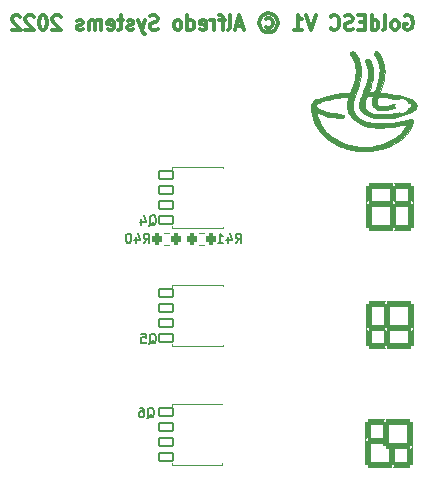
<source format=gbo>
G04 #@! TF.GenerationSoftware,KiCad,Pcbnew,(6.0.5)*
G04 #@! TF.CreationDate,2022-05-31T01:04:28-04:00*
G04 #@! TF.ProjectId,GoldESC,476f6c64-4553-4432-9e6b-696361645f70,rev?*
G04 #@! TF.SameCoordinates,Original*
G04 #@! TF.FileFunction,Legend,Bot*
G04 #@! TF.FilePolarity,Positive*
%FSLAX46Y46*%
G04 Gerber Fmt 4.6, Leading zero omitted, Abs format (unit mm)*
G04 Created by KiCad (PCBNEW (6.0.5)) date 2022-05-31 01:04:28*
%MOMM*%
%LPD*%
G01*
G04 APERTURE LIST*
G04 Aperture macros list*
%AMRoundRect*
0 Rectangle with rounded corners*
0 $1 Rounding radius*
0 $2 $3 $4 $5 $6 $7 $8 $9 X,Y pos of 4 corners*
0 Add a 4 corners polygon primitive as box body*
4,1,4,$2,$3,$4,$5,$6,$7,$8,$9,$2,$3,0*
0 Add four circle primitives for the rounded corners*
1,1,$1+$1,$2,$3*
1,1,$1+$1,$4,$5*
1,1,$1+$1,$6,$7*
1,1,$1+$1,$8,$9*
0 Add four rect primitives between the rounded corners*
20,1,$1+$1,$2,$3,$4,$5,0*
20,1,$1+$1,$4,$5,$6,$7,0*
20,1,$1+$1,$6,$7,$8,$9,0*
20,1,$1+$1,$8,$9,$2,$3,0*%
%AMFreePoly0*
4,1,21,3.024497,2.399497,3.045000,2.350000,3.045000,-2.350000,3.024497,-2.399497,2.975000,-2.420000,1.425000,-2.420000,1.375503,-2.399497,1.355000,-2.350000,1.355000,-2.170000,-1.650000,-2.170000,-1.699497,-2.149497,-1.720000,-2.100000,-1.720000,2.100000,-1.699497,2.149497,-1.650000,2.170000,1.355000,2.170000,1.355000,2.350000,1.375503,2.399497,1.425000,2.420000,2.975000,2.420000,
3.024497,2.399497,3.024497,2.399497,$1*%
G04 Aperture macros list end*
%ADD10C,0.300000*%
%ADD11C,0.200000*%
%ADD12C,0.120000*%
%ADD13C,0.010000*%
%ADD14C,1.200000*%
%ADD15R,3.000000X3.000000*%
%ADD16C,3.000000*%
%ADD17R,1.700000X1.700000*%
%ADD18O,1.700000X1.700000*%
%ADD19R,1.800000X1.800000*%
%ADD20C,1.800000*%
%ADD21C,1.600000*%
%ADD22O,1.600000X1.600000*%
%ADD23RoundRect,0.250000X-1.000000X1.000000X-1.000000X-1.000000X1.000000X-1.000000X1.000000X1.000000X0*%
%ADD24RoundRect,0.250000X-1.000000X-1.000000X1.000000X-1.000000X1.000000X1.000000X-1.000000X1.000000X0*%
%ADD25RoundRect,0.250000X1.000000X1.000000X-1.000000X1.000000X-1.000000X-1.000000X1.000000X-1.000000X0*%
%ADD26RoundRect,0.250000X1.000000X-1.000000X1.000000X1.000000X-1.000000X1.000000X-1.000000X-1.000000X0*%
%ADD27C,1.400000*%
%ADD28RoundRect,0.200000X1.050000X-0.800000X1.050000X0.800000X-1.050000X0.800000X-1.050000X-0.800000X0*%
%ADD29RoundRect,0.200000X-1.050000X0.800000X-1.050000X-0.800000X1.050000X-0.800000X1.050000X0.800000X0*%
%ADD30RoundRect,0.250000X0.600000X0.600000X-0.600000X0.600000X-0.600000X-0.600000X0.600000X-0.600000X0*%
%ADD31C,1.700000*%
%ADD32RoundRect,0.070000X0.575000X-0.350000X0.575000X0.350000X-0.575000X0.350000X-0.575000X-0.350000X0*%
%ADD33FreePoly0,0.000000*%
%ADD34RoundRect,0.200000X0.200000X0.275000X-0.200000X0.275000X-0.200000X-0.275000X0.200000X-0.275000X0*%
G04 APERTURE END LIST*
D10*
X236285714Y-59350000D02*
X236400000Y-59292857D01*
X236571428Y-59292857D01*
X236742857Y-59350000D01*
X236857142Y-59464285D01*
X236914285Y-59578571D01*
X236971428Y-59807142D01*
X236971428Y-59978571D01*
X236914285Y-60207142D01*
X236857142Y-60321428D01*
X236742857Y-60435714D01*
X236571428Y-60492857D01*
X236457142Y-60492857D01*
X236285714Y-60435714D01*
X236228571Y-60378571D01*
X236228571Y-59978571D01*
X236457142Y-59978571D01*
X235542857Y-60492857D02*
X235657142Y-60435714D01*
X235714285Y-60378571D01*
X235771428Y-60264285D01*
X235771428Y-59921428D01*
X235714285Y-59807142D01*
X235657142Y-59750000D01*
X235542857Y-59692857D01*
X235371428Y-59692857D01*
X235257142Y-59750000D01*
X235200000Y-59807142D01*
X235142857Y-59921428D01*
X235142857Y-60264285D01*
X235200000Y-60378571D01*
X235257142Y-60435714D01*
X235371428Y-60492857D01*
X235542857Y-60492857D01*
X234457142Y-60492857D02*
X234571428Y-60435714D01*
X234628571Y-60321428D01*
X234628571Y-59292857D01*
X233485714Y-60492857D02*
X233485714Y-59292857D01*
X233485714Y-60435714D02*
X233600000Y-60492857D01*
X233828571Y-60492857D01*
X233942857Y-60435714D01*
X234000000Y-60378571D01*
X234057142Y-60264285D01*
X234057142Y-59921428D01*
X234000000Y-59807142D01*
X233942857Y-59750000D01*
X233828571Y-59692857D01*
X233600000Y-59692857D01*
X233485714Y-59750000D01*
X232914285Y-59864285D02*
X232514285Y-59864285D01*
X232342857Y-60492857D02*
X232914285Y-60492857D01*
X232914285Y-59292857D01*
X232342857Y-59292857D01*
X231885714Y-60435714D02*
X231714285Y-60492857D01*
X231428571Y-60492857D01*
X231314285Y-60435714D01*
X231257142Y-60378571D01*
X231200000Y-60264285D01*
X231200000Y-60150000D01*
X231257142Y-60035714D01*
X231314285Y-59978571D01*
X231428571Y-59921428D01*
X231657142Y-59864285D01*
X231771428Y-59807142D01*
X231828571Y-59750000D01*
X231885714Y-59635714D01*
X231885714Y-59521428D01*
X231828571Y-59407142D01*
X231771428Y-59350000D01*
X231657142Y-59292857D01*
X231371428Y-59292857D01*
X231200000Y-59350000D01*
X230000000Y-60378571D02*
X230057142Y-60435714D01*
X230228571Y-60492857D01*
X230342857Y-60492857D01*
X230514285Y-60435714D01*
X230628571Y-60321428D01*
X230685714Y-60207142D01*
X230742857Y-59978571D01*
X230742857Y-59807142D01*
X230685714Y-59578571D01*
X230628571Y-59464285D01*
X230514285Y-59350000D01*
X230342857Y-59292857D01*
X230228571Y-59292857D01*
X230057142Y-59350000D01*
X230000000Y-59407142D01*
X228742857Y-59292857D02*
X228342857Y-60492857D01*
X227942857Y-59292857D01*
X226914285Y-60492857D02*
X227600000Y-60492857D01*
X227257142Y-60492857D02*
X227257142Y-59292857D01*
X227371428Y-59464285D01*
X227485714Y-59578571D01*
X227600000Y-59635714D01*
X224514285Y-59578571D02*
X224628571Y-59521428D01*
X224857142Y-59521428D01*
X224971428Y-59578571D01*
X225085714Y-59692857D01*
X225142857Y-59807142D01*
X225142857Y-60035714D01*
X225085714Y-60150000D01*
X224971428Y-60264285D01*
X224857142Y-60321428D01*
X224628571Y-60321428D01*
X224514285Y-60264285D01*
X224742857Y-59121428D02*
X225028571Y-59178571D01*
X225314285Y-59350000D01*
X225485714Y-59635714D01*
X225542857Y-59921428D01*
X225485714Y-60207142D01*
X225314285Y-60492857D01*
X225028571Y-60664285D01*
X224742857Y-60721428D01*
X224457142Y-60664285D01*
X224171428Y-60492857D01*
X224000000Y-60207142D01*
X223942857Y-59921428D01*
X224000000Y-59635714D01*
X224171428Y-59350000D01*
X224457142Y-59178571D01*
X224742857Y-59121428D01*
X222571428Y-60150000D02*
X222000000Y-60150000D01*
X222685714Y-60492857D02*
X222285714Y-59292857D01*
X221885714Y-60492857D01*
X221314285Y-60492857D02*
X221428571Y-60435714D01*
X221485714Y-60321428D01*
X221485714Y-59292857D01*
X221028571Y-59692857D02*
X220571428Y-59692857D01*
X220857142Y-60492857D02*
X220857142Y-59464285D01*
X220800000Y-59350000D01*
X220685714Y-59292857D01*
X220571428Y-59292857D01*
X220171428Y-60492857D02*
X220171428Y-59692857D01*
X220171428Y-59921428D02*
X220114285Y-59807142D01*
X220057142Y-59750000D01*
X219942857Y-59692857D01*
X219828571Y-59692857D01*
X218971428Y-60435714D02*
X219085714Y-60492857D01*
X219314285Y-60492857D01*
X219428571Y-60435714D01*
X219485714Y-60321428D01*
X219485714Y-59864285D01*
X219428571Y-59750000D01*
X219314285Y-59692857D01*
X219085714Y-59692857D01*
X218971428Y-59750000D01*
X218914285Y-59864285D01*
X218914285Y-59978571D01*
X219485714Y-60092857D01*
X217885714Y-60492857D02*
X217885714Y-59292857D01*
X217885714Y-60435714D02*
X218000000Y-60492857D01*
X218228571Y-60492857D01*
X218342857Y-60435714D01*
X218400000Y-60378571D01*
X218457142Y-60264285D01*
X218457142Y-59921428D01*
X218400000Y-59807142D01*
X218342857Y-59750000D01*
X218228571Y-59692857D01*
X218000000Y-59692857D01*
X217885714Y-59750000D01*
X217142857Y-60492857D02*
X217257142Y-60435714D01*
X217314285Y-60378571D01*
X217371428Y-60264285D01*
X217371428Y-59921428D01*
X217314285Y-59807142D01*
X217257142Y-59750000D01*
X217142857Y-59692857D01*
X216971428Y-59692857D01*
X216857142Y-59750000D01*
X216800000Y-59807142D01*
X216742857Y-59921428D01*
X216742857Y-60264285D01*
X216800000Y-60378571D01*
X216857142Y-60435714D01*
X216971428Y-60492857D01*
X217142857Y-60492857D01*
X215371428Y-60435714D02*
X215200000Y-60492857D01*
X214914285Y-60492857D01*
X214800000Y-60435714D01*
X214742857Y-60378571D01*
X214685714Y-60264285D01*
X214685714Y-60150000D01*
X214742857Y-60035714D01*
X214800000Y-59978571D01*
X214914285Y-59921428D01*
X215142857Y-59864285D01*
X215257142Y-59807142D01*
X215314285Y-59750000D01*
X215371428Y-59635714D01*
X215371428Y-59521428D01*
X215314285Y-59407142D01*
X215257142Y-59350000D01*
X215142857Y-59292857D01*
X214857142Y-59292857D01*
X214685714Y-59350000D01*
X214285714Y-59692857D02*
X214000000Y-60492857D01*
X213714285Y-59692857D02*
X214000000Y-60492857D01*
X214114285Y-60778571D01*
X214171428Y-60835714D01*
X214285714Y-60892857D01*
X213314285Y-60435714D02*
X213200000Y-60492857D01*
X212971428Y-60492857D01*
X212857142Y-60435714D01*
X212800000Y-60321428D01*
X212800000Y-60264285D01*
X212857142Y-60150000D01*
X212971428Y-60092857D01*
X213142857Y-60092857D01*
X213257142Y-60035714D01*
X213314285Y-59921428D01*
X213314285Y-59864285D01*
X213257142Y-59750000D01*
X213142857Y-59692857D01*
X212971428Y-59692857D01*
X212857142Y-59750000D01*
X212457142Y-59692857D02*
X212000000Y-59692857D01*
X212285714Y-59292857D02*
X212285714Y-60321428D01*
X212228571Y-60435714D01*
X212114285Y-60492857D01*
X212000000Y-60492857D01*
X211142857Y-60435714D02*
X211257142Y-60492857D01*
X211485714Y-60492857D01*
X211600000Y-60435714D01*
X211657142Y-60321428D01*
X211657142Y-59864285D01*
X211600000Y-59750000D01*
X211485714Y-59692857D01*
X211257142Y-59692857D01*
X211142857Y-59750000D01*
X211085714Y-59864285D01*
X211085714Y-59978571D01*
X211657142Y-60092857D01*
X210571428Y-60492857D02*
X210571428Y-59692857D01*
X210571428Y-59807142D02*
X210514285Y-59750000D01*
X210400000Y-59692857D01*
X210228571Y-59692857D01*
X210114285Y-59750000D01*
X210057142Y-59864285D01*
X210057142Y-60492857D01*
X210057142Y-59864285D02*
X210000000Y-59750000D01*
X209885714Y-59692857D01*
X209714285Y-59692857D01*
X209600000Y-59750000D01*
X209542857Y-59864285D01*
X209542857Y-60492857D01*
X209028571Y-60435714D02*
X208914285Y-60492857D01*
X208685714Y-60492857D01*
X208571428Y-60435714D01*
X208514285Y-60321428D01*
X208514285Y-60264285D01*
X208571428Y-60150000D01*
X208685714Y-60092857D01*
X208857142Y-60092857D01*
X208971428Y-60035714D01*
X209028571Y-59921428D01*
X209028571Y-59864285D01*
X208971428Y-59750000D01*
X208857142Y-59692857D01*
X208685714Y-59692857D01*
X208571428Y-59750000D01*
X207142857Y-59407142D02*
X207085714Y-59350000D01*
X206971428Y-59292857D01*
X206685714Y-59292857D01*
X206571428Y-59350000D01*
X206514285Y-59407142D01*
X206457142Y-59521428D01*
X206457142Y-59635714D01*
X206514285Y-59807142D01*
X207200000Y-60492857D01*
X206457142Y-60492857D01*
X205714285Y-59292857D02*
X205600000Y-59292857D01*
X205485714Y-59350000D01*
X205428571Y-59407142D01*
X205371428Y-59521428D01*
X205314285Y-59750000D01*
X205314285Y-60035714D01*
X205371428Y-60264285D01*
X205428571Y-60378571D01*
X205485714Y-60435714D01*
X205600000Y-60492857D01*
X205714285Y-60492857D01*
X205828571Y-60435714D01*
X205885714Y-60378571D01*
X205942857Y-60264285D01*
X206000000Y-60035714D01*
X206000000Y-59750000D01*
X205942857Y-59521428D01*
X205885714Y-59407142D01*
X205828571Y-59350000D01*
X205714285Y-59292857D01*
X204857142Y-59407142D02*
X204800000Y-59350000D01*
X204685714Y-59292857D01*
X204400000Y-59292857D01*
X204285714Y-59350000D01*
X204228571Y-59407142D01*
X204171428Y-59521428D01*
X204171428Y-59635714D01*
X204228571Y-59807142D01*
X204914285Y-60492857D01*
X204171428Y-60492857D01*
X203714285Y-59407142D02*
X203657142Y-59350000D01*
X203542857Y-59292857D01*
X203257142Y-59292857D01*
X203142857Y-59350000D01*
X203085714Y-59407142D01*
X203028571Y-59521428D01*
X203028571Y-59635714D01*
X203085714Y-59807142D01*
X203771428Y-60492857D01*
X203028571Y-60492857D01*
D11*
X214642190Y-77104095D02*
X214718380Y-77066000D01*
X214794571Y-76989809D01*
X214908857Y-76875523D01*
X214985047Y-76837428D01*
X215061238Y-76837428D01*
X215023142Y-77027904D02*
X215099333Y-76989809D01*
X215175523Y-76913619D01*
X215213619Y-76761238D01*
X215213619Y-76494571D01*
X215175523Y-76342190D01*
X215099333Y-76266000D01*
X215023142Y-76227904D01*
X214870761Y-76227904D01*
X214794571Y-76266000D01*
X214718380Y-76342190D01*
X214680285Y-76494571D01*
X214680285Y-76761238D01*
X214718380Y-76913619D01*
X214794571Y-76989809D01*
X214870761Y-77027904D01*
X215023142Y-77027904D01*
X213994571Y-76494571D02*
X213994571Y-77027904D01*
X214185047Y-76189809D02*
X214375523Y-76761238D01*
X213880285Y-76761238D01*
X221977381Y-78561904D02*
X222244048Y-78180952D01*
X222434524Y-78561904D02*
X222434524Y-77761904D01*
X222129762Y-77761904D01*
X222053572Y-77800000D01*
X222015476Y-77838095D01*
X221977381Y-77914285D01*
X221977381Y-78028571D01*
X222015476Y-78104761D01*
X222053572Y-78142857D01*
X222129762Y-78180952D01*
X222434524Y-78180952D01*
X221291667Y-78028571D02*
X221291667Y-78561904D01*
X221482143Y-77723809D02*
X221672619Y-78295238D01*
X221177381Y-78295238D01*
X220453572Y-78561904D02*
X220910715Y-78561904D01*
X220682143Y-78561904D02*
X220682143Y-77761904D01*
X220758334Y-77876190D01*
X220834524Y-77952380D01*
X220910715Y-77990476D01*
X214642190Y-87104095D02*
X214718380Y-87066000D01*
X214794571Y-86989809D01*
X214908857Y-86875523D01*
X214985047Y-86837428D01*
X215061238Y-86837428D01*
X215023142Y-87027904D02*
X215099333Y-86989809D01*
X215175523Y-86913619D01*
X215213619Y-86761238D01*
X215213619Y-86494571D01*
X215175523Y-86342190D01*
X215099333Y-86266000D01*
X215023142Y-86227904D01*
X214870761Y-86227904D01*
X214794571Y-86266000D01*
X214718380Y-86342190D01*
X214680285Y-86494571D01*
X214680285Y-86761238D01*
X214718380Y-86913619D01*
X214794571Y-86989809D01*
X214870761Y-87027904D01*
X215023142Y-87027904D01*
X213956476Y-86227904D02*
X214337428Y-86227904D01*
X214375523Y-86608857D01*
X214337428Y-86570761D01*
X214261238Y-86532666D01*
X214070761Y-86532666D01*
X213994571Y-86570761D01*
X213956476Y-86608857D01*
X213918380Y-86685047D01*
X213918380Y-86875523D01*
X213956476Y-86951714D01*
X213994571Y-86989809D01*
X214070761Y-87027904D01*
X214261238Y-87027904D01*
X214337428Y-86989809D01*
X214375523Y-86951714D01*
X214476190Y-93388095D02*
X214552380Y-93350000D01*
X214628571Y-93273809D01*
X214742857Y-93159523D01*
X214819047Y-93121428D01*
X214895238Y-93121428D01*
X214857142Y-93311904D02*
X214933333Y-93273809D01*
X215009523Y-93197619D01*
X215047619Y-93045238D01*
X215047619Y-92778571D01*
X215009523Y-92626190D01*
X214933333Y-92550000D01*
X214857142Y-92511904D01*
X214704761Y-92511904D01*
X214628571Y-92550000D01*
X214552380Y-92626190D01*
X214514285Y-92778571D01*
X214514285Y-93045238D01*
X214552380Y-93197619D01*
X214628571Y-93273809D01*
X214704761Y-93311904D01*
X214857142Y-93311904D01*
X213828571Y-92511904D02*
X213980952Y-92511904D01*
X214057142Y-92550000D01*
X214095238Y-92588095D01*
X214171428Y-92702380D01*
X214209523Y-92854761D01*
X214209523Y-93159523D01*
X214171428Y-93235714D01*
X214133333Y-93273809D01*
X214057142Y-93311904D01*
X213904761Y-93311904D01*
X213828571Y-93273809D01*
X213790476Y-93235714D01*
X213752380Y-93159523D01*
X213752380Y-92969047D01*
X213790476Y-92892857D01*
X213828571Y-92854761D01*
X213904761Y-92816666D01*
X214057142Y-92816666D01*
X214133333Y-92854761D01*
X214171428Y-92892857D01*
X214209523Y-92969047D01*
X214177381Y-78561904D02*
X214444048Y-78180952D01*
X214634524Y-78561904D02*
X214634524Y-77761904D01*
X214329762Y-77761904D01*
X214253572Y-77800000D01*
X214215476Y-77838095D01*
X214177381Y-77914285D01*
X214177381Y-78028571D01*
X214215476Y-78104761D01*
X214253572Y-78142857D01*
X214329762Y-78180952D01*
X214634524Y-78180952D01*
X213491667Y-78028571D02*
X213491667Y-78561904D01*
X213682143Y-77723809D02*
X213872619Y-78295238D01*
X213377381Y-78295238D01*
X212920238Y-77761904D02*
X212844048Y-77761904D01*
X212767857Y-77800000D01*
X212729762Y-77838095D01*
X212691667Y-77914285D01*
X212653572Y-78066666D01*
X212653572Y-78257142D01*
X212691667Y-78409523D01*
X212729762Y-78485714D01*
X212767857Y-78523809D01*
X212844048Y-78561904D01*
X212920238Y-78561904D01*
X212996429Y-78523809D01*
X213034524Y-78485714D01*
X213072619Y-78409523D01*
X213110715Y-78257142D01*
X213110715Y-78066666D01*
X213072619Y-77914285D01*
X213034524Y-77838095D01*
X212996429Y-77800000D01*
X212920238Y-77761904D01*
D12*
X216601000Y-77316000D02*
X216601000Y-77116000D01*
X220901000Y-72116000D02*
X220901000Y-72266000D01*
X220901000Y-77166000D02*
X220901000Y-77316000D01*
X220901000Y-77316000D02*
X216601000Y-77316000D01*
X216601000Y-72116000D02*
X220901000Y-72116000D01*
X216601000Y-72316000D02*
X216601000Y-72116000D01*
G36*
X237266091Y-67063375D02*
G01*
X237205879Y-67175392D01*
X237109390Y-67284429D01*
X236978784Y-67389598D01*
X236816220Y-67490007D01*
X236623858Y-67584767D01*
X236403857Y-67672987D01*
X236158376Y-67753776D01*
X235889575Y-67826245D01*
X235599613Y-67889504D01*
X235290649Y-67942661D01*
X234964842Y-67984828D01*
X234825114Y-67996952D01*
X234662257Y-68005789D01*
X234488576Y-68010997D01*
X234314011Y-68012491D01*
X234148498Y-68010190D01*
X234001977Y-68004009D01*
X233884385Y-67993866D01*
X233882553Y-67993643D01*
X233655832Y-67956362D01*
X233435758Y-67901956D01*
X233228755Y-67832873D01*
X233041248Y-67751558D01*
X232879661Y-67660459D01*
X232750419Y-67562022D01*
X232721671Y-67534922D01*
X232592255Y-67384335D01*
X232499476Y-67220325D01*
X232443427Y-67043095D01*
X232424199Y-66852846D01*
X232424220Y-66843077D01*
X232889359Y-66843077D01*
X232889401Y-66860162D01*
X232891680Y-66950865D01*
X232898953Y-67017093D01*
X232913328Y-67071411D01*
X232936916Y-67126385D01*
X233002840Y-67233027D01*
X233113295Y-67347273D01*
X233258146Y-67446058D01*
X233438075Y-67529832D01*
X233653761Y-67599044D01*
X233673566Y-67604254D01*
X233737495Y-67619923D01*
X233797198Y-67631738D01*
X233859892Y-67640345D01*
X233932794Y-67646391D01*
X234023122Y-67650524D01*
X234138093Y-67653390D01*
X234284923Y-67655637D01*
X234394843Y-67656529D01*
X234618552Y-67654429D01*
X234811060Y-67646804D01*
X234968608Y-67633771D01*
X235154831Y-67609953D01*
X235421779Y-67566125D01*
X235677889Y-67512846D01*
X235919128Y-67451394D01*
X236141462Y-67383046D01*
X236340857Y-67309079D01*
X236513280Y-67230769D01*
X236654696Y-67149395D01*
X236761073Y-67066234D01*
X236767882Y-67059612D01*
X236821537Y-66992682D01*
X236841421Y-66929628D01*
X236826558Y-66868528D01*
X236775971Y-66807460D01*
X236688683Y-66744501D01*
X236563719Y-66677729D01*
X236512853Y-66654052D01*
X236287712Y-66564570D01*
X236026433Y-66482827D01*
X235728639Y-66408748D01*
X235393955Y-66342256D01*
X235022006Y-66283274D01*
X234612415Y-66231724D01*
X234164807Y-66187532D01*
X234015383Y-66174553D01*
X233981306Y-66289007D01*
X233964285Y-66360174D01*
X233948205Y-66456977D01*
X233938834Y-66550000D01*
X233942229Y-66678116D01*
X233970416Y-66780030D01*
X234025391Y-66858595D01*
X234109077Y-66917967D01*
X234130299Y-66928664D01*
X234168054Y-66944396D01*
X234207793Y-66953687D01*
X234258771Y-66957543D01*
X234330243Y-66956969D01*
X234431462Y-66952968D01*
X234503479Y-66948545D01*
X234743166Y-66919729D01*
X235008962Y-66868424D01*
X235296972Y-66795342D01*
X235333094Y-66785589D01*
X235420223Y-66765025D01*
X235496616Y-66750770D01*
X235548980Y-66745458D01*
X235583788Y-66747694D01*
X235664769Y-66772131D01*
X235726662Y-66818480D01*
X235762844Y-66880464D01*
X235766692Y-66951807D01*
X235765523Y-66956980D01*
X235753681Y-66983151D01*
X235729991Y-67007634D01*
X235691136Y-67031548D01*
X235633796Y-67056009D01*
X235554653Y-67082137D01*
X235450387Y-67111048D01*
X235317681Y-67143861D01*
X235153214Y-67181695D01*
X234953669Y-67225665D01*
X234911562Y-67234738D01*
X234783235Y-67260840D01*
X234678332Y-67278738D01*
X234585675Y-67289863D01*
X234494085Y-67295646D01*
X234392385Y-67297517D01*
X234229458Y-67292922D01*
X234041059Y-67270277D01*
X233882721Y-67228079D01*
X233751882Y-67165587D01*
X233645980Y-67082062D01*
X233610423Y-67043695D01*
X233556474Y-66965935D01*
X233520136Y-66876691D01*
X233498309Y-66767064D01*
X233487894Y-66628154D01*
X233485746Y-66554840D01*
X233486462Y-66475834D01*
X233493011Y-66413529D01*
X233507002Y-66354906D01*
X233530041Y-66286947D01*
X233534102Y-66275776D01*
X233556588Y-66211851D01*
X233571484Y-66165911D01*
X233575742Y-66147265D01*
X233575099Y-66147044D01*
X233550153Y-66145063D01*
X233494705Y-66142486D01*
X233416225Y-66139622D01*
X233322185Y-66136779D01*
X233072601Y-66129923D01*
X233016263Y-66276462D01*
X232991887Y-66340769D01*
X232948916Y-66462490D01*
X232919432Y-66563514D01*
X232901181Y-66653909D01*
X232891908Y-66743741D01*
X232889359Y-66843077D01*
X232424220Y-66843077D01*
X232424249Y-66829778D01*
X232426500Y-66764297D01*
X232432963Y-66699733D01*
X232445008Y-66631469D01*
X232464004Y-66554889D01*
X232491321Y-66465377D01*
X232528330Y-66358318D01*
X232576399Y-66229095D01*
X232636900Y-66073091D01*
X232711200Y-65885692D01*
X232756766Y-65770951D01*
X232838083Y-65562308D01*
X232906462Y-65380319D01*
X232963938Y-65218957D01*
X233012548Y-65072192D01*
X233054329Y-64933997D01*
X233091316Y-64798344D01*
X233125547Y-64659205D01*
X233147279Y-64561293D01*
X233163438Y-64469716D01*
X233173005Y-64381047D01*
X233177445Y-64281313D01*
X233178220Y-64156538D01*
X233178189Y-64150030D01*
X233172275Y-63973155D01*
X233154792Y-63821571D01*
X233122916Y-63682875D01*
X233073822Y-63544665D01*
X233004686Y-63394538D01*
X232984845Y-63354091D01*
X232942318Y-63256400D01*
X232921336Y-63181383D01*
X232921500Y-63121938D01*
X232942408Y-63070962D01*
X232983662Y-63021354D01*
X233021680Y-62987087D01*
X233069946Y-62961574D01*
X233128701Y-62954923D01*
X233155806Y-62956410D01*
X233223433Y-62976865D01*
X233284745Y-63024367D01*
X233343824Y-63102774D01*
X233404751Y-63215945D01*
X233405574Y-63217665D01*
X233515426Y-63489737D01*
X233586925Y-63767198D01*
X233620199Y-64051138D01*
X233615377Y-64342652D01*
X233572587Y-64642831D01*
X233530288Y-64832264D01*
X233464363Y-65083626D01*
X233388344Y-65336301D01*
X233307382Y-65572234D01*
X233280873Y-65645039D01*
X233256417Y-65714374D01*
X233240512Y-65762124D01*
X233235738Y-65780786D01*
X233235831Y-65780848D01*
X233257058Y-65782851D01*
X233309373Y-65785460D01*
X233385105Y-65788346D01*
X233476581Y-65791177D01*
X233713547Y-65797769D01*
X233824211Y-65508533D01*
X233938850Y-65184984D01*
X234036991Y-64844488D01*
X234104241Y-64522683D01*
X234140876Y-64217168D01*
X234147170Y-63925548D01*
X234123402Y-63645423D01*
X234069846Y-63374396D01*
X234044638Y-63283292D01*
X233988570Y-63122958D01*
X233917290Y-62970003D01*
X233825605Y-62813946D01*
X233708326Y-62644303D01*
X233684508Y-62606926D01*
X233659505Y-62526659D01*
X233673362Y-62450104D01*
X233726123Y-62376585D01*
X233732260Y-62370596D01*
X233806448Y-62320686D01*
X233883576Y-62309510D01*
X233963785Y-62337116D01*
X234047217Y-62403549D01*
X234134014Y-62508855D01*
X234253120Y-62700479D01*
X234367267Y-62942895D01*
X234458205Y-63206437D01*
X234524429Y-63484619D01*
X234564432Y-63770956D01*
X234576708Y-64058963D01*
X234559752Y-64342154D01*
X234536375Y-64507492D01*
X234490261Y-64748584D01*
X234429658Y-65003928D01*
X234357503Y-65262381D01*
X234276734Y-65512799D01*
X234190288Y-65744038D01*
X234187234Y-65751578D01*
X234165847Y-65806322D01*
X234158984Y-65834558D01*
X234166455Y-65845064D01*
X234188072Y-65846615D01*
X234197052Y-65846939D01*
X234243242Y-65850319D01*
X234317006Y-65856789D01*
X234410294Y-65865624D01*
X234515056Y-65876097D01*
X234628037Y-65888047D01*
X235037116Y-65938081D01*
X235413987Y-65995289D01*
X235758099Y-66059438D01*
X236068899Y-66130299D01*
X236345836Y-66207641D01*
X236588358Y-66291232D01*
X236795914Y-66380841D01*
X236967951Y-66476239D01*
X237103919Y-66577192D01*
X237203266Y-66683472D01*
X237265439Y-66794846D01*
X237289888Y-66911084D01*
X237287766Y-66929628D01*
X237276060Y-67031955D01*
X237266091Y-67063375D01*
G37*
D13*
X237266091Y-67063375D02*
X237205879Y-67175392D01*
X237109390Y-67284429D01*
X236978784Y-67389598D01*
X236816220Y-67490007D01*
X236623858Y-67584767D01*
X236403857Y-67672987D01*
X236158376Y-67753776D01*
X235889575Y-67826245D01*
X235599613Y-67889504D01*
X235290649Y-67942661D01*
X234964842Y-67984828D01*
X234825114Y-67996952D01*
X234662257Y-68005789D01*
X234488576Y-68010997D01*
X234314011Y-68012491D01*
X234148498Y-68010190D01*
X234001977Y-68004009D01*
X233884385Y-67993866D01*
X233882553Y-67993643D01*
X233655832Y-67956362D01*
X233435758Y-67901956D01*
X233228755Y-67832873D01*
X233041248Y-67751558D01*
X232879661Y-67660459D01*
X232750419Y-67562022D01*
X232721671Y-67534922D01*
X232592255Y-67384335D01*
X232499476Y-67220325D01*
X232443427Y-67043095D01*
X232424199Y-66852846D01*
X232424220Y-66843077D01*
X232889359Y-66843077D01*
X232889401Y-66860162D01*
X232891680Y-66950865D01*
X232898953Y-67017093D01*
X232913328Y-67071411D01*
X232936916Y-67126385D01*
X233002840Y-67233027D01*
X233113295Y-67347273D01*
X233258146Y-67446058D01*
X233438075Y-67529832D01*
X233653761Y-67599044D01*
X233673566Y-67604254D01*
X233737495Y-67619923D01*
X233797198Y-67631738D01*
X233859892Y-67640345D01*
X233932794Y-67646391D01*
X234023122Y-67650524D01*
X234138093Y-67653390D01*
X234284923Y-67655637D01*
X234394843Y-67656529D01*
X234618552Y-67654429D01*
X234811060Y-67646804D01*
X234968608Y-67633771D01*
X235154831Y-67609953D01*
X235421779Y-67566125D01*
X235677889Y-67512846D01*
X235919128Y-67451394D01*
X236141462Y-67383046D01*
X236340857Y-67309079D01*
X236513280Y-67230769D01*
X236654696Y-67149395D01*
X236761073Y-67066234D01*
X236767882Y-67059612D01*
X236821537Y-66992682D01*
X236841421Y-66929628D01*
X236826558Y-66868528D01*
X236775971Y-66807460D01*
X236688683Y-66744501D01*
X236563719Y-66677729D01*
X236512853Y-66654052D01*
X236287712Y-66564570D01*
X236026433Y-66482827D01*
X235728639Y-66408748D01*
X235393955Y-66342256D01*
X235022006Y-66283274D01*
X234612415Y-66231724D01*
X234164807Y-66187532D01*
X234015383Y-66174553D01*
X233981306Y-66289007D01*
X233964285Y-66360174D01*
X233948205Y-66456977D01*
X233938834Y-66550000D01*
X233942229Y-66678116D01*
X233970416Y-66780030D01*
X234025391Y-66858595D01*
X234109077Y-66917967D01*
X234130299Y-66928664D01*
X234168054Y-66944396D01*
X234207793Y-66953687D01*
X234258771Y-66957543D01*
X234330243Y-66956969D01*
X234431462Y-66952968D01*
X234503479Y-66948545D01*
X234743166Y-66919729D01*
X235008962Y-66868424D01*
X235296972Y-66795342D01*
X235333094Y-66785589D01*
X235420223Y-66765025D01*
X235496616Y-66750770D01*
X235548980Y-66745458D01*
X235583788Y-66747694D01*
X235664769Y-66772131D01*
X235726662Y-66818480D01*
X235762844Y-66880464D01*
X235766692Y-66951807D01*
X235765523Y-66956980D01*
X235753681Y-66983151D01*
X235729991Y-67007634D01*
X235691136Y-67031548D01*
X235633796Y-67056009D01*
X235554653Y-67082137D01*
X235450387Y-67111048D01*
X235317681Y-67143861D01*
X235153214Y-67181695D01*
X234953669Y-67225665D01*
X234911562Y-67234738D01*
X234783235Y-67260840D01*
X234678332Y-67278738D01*
X234585675Y-67289863D01*
X234494085Y-67295646D01*
X234392385Y-67297517D01*
X234229458Y-67292922D01*
X234041059Y-67270277D01*
X233882721Y-67228079D01*
X233751882Y-67165587D01*
X233645980Y-67082062D01*
X233610423Y-67043695D01*
X233556474Y-66965935D01*
X233520136Y-66876691D01*
X233498309Y-66767064D01*
X233487894Y-66628154D01*
X233485746Y-66554840D01*
X233486462Y-66475834D01*
X233493011Y-66413529D01*
X233507002Y-66354906D01*
X233530041Y-66286947D01*
X233534102Y-66275776D01*
X233556588Y-66211851D01*
X233571484Y-66165911D01*
X233575742Y-66147265D01*
X233575099Y-66147044D01*
X233550153Y-66145063D01*
X233494705Y-66142486D01*
X233416225Y-66139622D01*
X233322185Y-66136779D01*
X233072601Y-66129923D01*
X233016263Y-66276462D01*
X232991887Y-66340769D01*
X232948916Y-66462490D01*
X232919432Y-66563514D01*
X232901181Y-66653909D01*
X232891908Y-66743741D01*
X232889359Y-66843077D01*
X232424220Y-66843077D01*
X232424249Y-66829778D01*
X232426500Y-66764297D01*
X232432963Y-66699733D01*
X232445008Y-66631469D01*
X232464004Y-66554889D01*
X232491321Y-66465377D01*
X232528330Y-66358318D01*
X232576399Y-66229095D01*
X232636900Y-66073091D01*
X232711200Y-65885692D01*
X232756766Y-65770951D01*
X232838083Y-65562308D01*
X232906462Y-65380319D01*
X232963938Y-65218957D01*
X233012548Y-65072192D01*
X233054329Y-64933997D01*
X233091316Y-64798344D01*
X233125547Y-64659205D01*
X233147279Y-64561293D01*
X233163438Y-64469716D01*
X233173005Y-64381047D01*
X233177445Y-64281313D01*
X233178220Y-64156538D01*
X233178189Y-64150030D01*
X233172275Y-63973155D01*
X233154792Y-63821571D01*
X233122916Y-63682875D01*
X233073822Y-63544665D01*
X233004686Y-63394538D01*
X232984845Y-63354091D01*
X232942318Y-63256400D01*
X232921336Y-63181383D01*
X232921500Y-63121938D01*
X232942408Y-63070962D01*
X232983662Y-63021354D01*
X233021680Y-62987087D01*
X233069946Y-62961574D01*
X233128701Y-62954923D01*
X233155806Y-62956410D01*
X233223433Y-62976865D01*
X233284745Y-63024367D01*
X233343824Y-63102774D01*
X233404751Y-63215945D01*
X233405574Y-63217665D01*
X233515426Y-63489737D01*
X233586925Y-63767198D01*
X233620199Y-64051138D01*
X233615377Y-64342652D01*
X233572587Y-64642831D01*
X233530288Y-64832264D01*
X233464363Y-65083626D01*
X233388344Y-65336301D01*
X233307382Y-65572234D01*
X233280873Y-65645039D01*
X233256417Y-65714374D01*
X233240512Y-65762124D01*
X233235738Y-65780786D01*
X233235831Y-65780848D01*
X233257058Y-65782851D01*
X233309373Y-65785460D01*
X233385105Y-65788346D01*
X233476581Y-65791177D01*
X233713547Y-65797769D01*
X233824211Y-65508533D01*
X233938850Y-65184984D01*
X234036991Y-64844488D01*
X234104241Y-64522683D01*
X234140876Y-64217168D01*
X234147170Y-63925548D01*
X234123402Y-63645423D01*
X234069846Y-63374396D01*
X234044638Y-63283292D01*
X233988570Y-63122958D01*
X233917290Y-62970003D01*
X233825605Y-62813946D01*
X233708326Y-62644303D01*
X233684508Y-62606926D01*
X233659505Y-62526659D01*
X233673362Y-62450104D01*
X233726123Y-62376585D01*
X233732260Y-62370596D01*
X233806448Y-62320686D01*
X233883576Y-62309510D01*
X233963785Y-62337116D01*
X234047217Y-62403549D01*
X234134014Y-62508855D01*
X234253120Y-62700479D01*
X234367267Y-62942895D01*
X234458205Y-63206437D01*
X234524429Y-63484619D01*
X234564432Y-63770956D01*
X234576708Y-64058963D01*
X234559752Y-64342154D01*
X234536375Y-64507492D01*
X234490261Y-64748584D01*
X234429658Y-65003928D01*
X234357503Y-65262381D01*
X234276734Y-65512799D01*
X234190288Y-65744038D01*
X234187234Y-65751578D01*
X234165847Y-65806322D01*
X234158984Y-65834558D01*
X234166455Y-65845064D01*
X234188072Y-65846615D01*
X234197052Y-65846939D01*
X234243242Y-65850319D01*
X234317006Y-65856789D01*
X234410294Y-65865624D01*
X234515056Y-65876097D01*
X234628037Y-65888047D01*
X235037116Y-65938081D01*
X235413987Y-65995289D01*
X235758099Y-66059438D01*
X236068899Y-66130299D01*
X236345836Y-66207641D01*
X236588358Y-66291232D01*
X236795914Y-66380841D01*
X236967951Y-66476239D01*
X237103919Y-66577192D01*
X237203266Y-66683472D01*
X237265439Y-66794846D01*
X237289888Y-66911084D01*
X237287766Y-66929628D01*
X237276060Y-67031955D01*
X237266091Y-67063375D01*
G36*
X236646976Y-69059773D02*
G01*
X236449841Y-69320111D01*
X236429006Y-69344572D01*
X236236726Y-69544234D01*
X236011374Y-69738231D01*
X235758268Y-69923204D01*
X235482722Y-70095792D01*
X235190050Y-70252635D01*
X234885569Y-70390373D01*
X234574593Y-70505646D01*
X234516625Y-70524490D01*
X234326856Y-70581984D01*
X234144931Y-70629518D01*
X233961465Y-70668957D01*
X233767077Y-70702166D01*
X233552383Y-70731009D01*
X233308000Y-70757352D01*
X233248780Y-70761445D01*
X233145655Y-70764949D01*
X233020070Y-70766611D01*
X232881300Y-70766505D01*
X232738623Y-70764706D01*
X232601317Y-70761288D01*
X232478658Y-70756327D01*
X232379923Y-70749895D01*
X232266359Y-70739226D01*
X231819957Y-70676962D01*
X231397345Y-70584071D01*
X230997650Y-70460158D01*
X230619999Y-70304827D01*
X230263520Y-70117684D01*
X229927340Y-69898333D01*
X229610586Y-69646380D01*
X229312385Y-69361430D01*
X229173945Y-69210396D01*
X228947640Y-68926505D01*
X228758194Y-68633760D01*
X228604362Y-68329539D01*
X228484898Y-68011215D01*
X228398556Y-67676167D01*
X228344091Y-67321769D01*
X228339372Y-67274656D01*
X228329479Y-67113531D01*
X228333231Y-66980482D01*
X228341115Y-66931168D01*
X228786853Y-66931168D01*
X228804749Y-66987622D01*
X228823397Y-67017279D01*
X228870162Y-67070558D01*
X228927003Y-67120503D01*
X229064467Y-67209506D01*
X229250161Y-67300065D01*
X229472370Y-67383699D01*
X229730027Y-67460097D01*
X230022065Y-67528944D01*
X230347417Y-67589926D01*
X230705016Y-67642731D01*
X230765368Y-67650761D01*
X230886524Y-67668754D01*
X230976535Y-67686149D01*
X231040923Y-67704793D01*
X231085209Y-67726531D01*
X231114915Y-67753209D01*
X231135564Y-67786674D01*
X231148882Y-67820563D01*
X231147873Y-67856733D01*
X231124974Y-67903727D01*
X231095942Y-67943260D01*
X231044275Y-67980770D01*
X230973144Y-68001071D01*
X230876748Y-68005584D01*
X230749283Y-67995728D01*
X230651510Y-67984063D01*
X230261531Y-67927268D01*
X229894330Y-67857003D01*
X229553661Y-67774155D01*
X229243281Y-67679612D01*
X228966942Y-67574263D01*
X228946966Y-67565758D01*
X228879029Y-67538260D01*
X228839282Y-67525958D01*
X228821938Y-67527562D01*
X228821213Y-67541782D01*
X228821725Y-67543632D01*
X228832044Y-67587637D01*
X228843361Y-67644154D01*
X228853565Y-67692293D01*
X228889931Y-67822130D01*
X228941203Y-67971313D01*
X229003466Y-68130164D01*
X229072803Y-68289002D01*
X229145299Y-68438148D01*
X229217039Y-68567924D01*
X229254551Y-68628676D01*
X229437081Y-68885345D01*
X229651832Y-69133686D01*
X229893279Y-69368221D01*
X230155892Y-69583472D01*
X230434144Y-69773963D01*
X230594551Y-69868833D01*
X230920503Y-70033917D01*
X231261043Y-70169749D01*
X231621872Y-70278462D01*
X232008692Y-70362183D01*
X232029660Y-70365734D01*
X232152162Y-70381260D01*
X232303691Y-70393965D01*
X232475993Y-70403689D01*
X232660815Y-70410274D01*
X232849903Y-70413560D01*
X233035004Y-70413391D01*
X233207863Y-70409605D01*
X233360229Y-70402046D01*
X233483846Y-70390553D01*
X233617361Y-70371809D01*
X234020838Y-70292551D01*
X234409188Y-70181882D01*
X234779487Y-70041013D01*
X235128815Y-69871155D01*
X235454249Y-69673522D01*
X235752868Y-69449326D01*
X235838119Y-69374685D01*
X236043824Y-69162570D01*
X236224941Y-68927959D01*
X236374383Y-68679630D01*
X236458602Y-68517749D01*
X236373109Y-68528306D01*
X236332084Y-68534450D01*
X236257487Y-68547071D01*
X236159680Y-68564467D01*
X236046593Y-68585226D01*
X235926154Y-68607934D01*
X235727664Y-68644190D01*
X235253229Y-68716420D01*
X234802515Y-68763955D01*
X234376252Y-68786887D01*
X233975170Y-68785310D01*
X233600001Y-68759318D01*
X233251473Y-68709005D01*
X232930318Y-68634464D01*
X232637266Y-68535788D01*
X232373047Y-68413072D01*
X232138391Y-68266409D01*
X231934029Y-68095893D01*
X231846055Y-68006744D01*
X231712018Y-67846477D01*
X231605148Y-67678812D01*
X231519364Y-67493534D01*
X231448584Y-67280426D01*
X231422740Y-67164908D01*
X231404849Y-66958156D01*
X231416834Y-66727404D01*
X231458702Y-66472066D01*
X231461265Y-66459963D01*
X231480465Y-66368082D01*
X231496097Y-66291159D01*
X231506612Y-66236943D01*
X231510462Y-66213182D01*
X231503156Y-66205740D01*
X231465821Y-66199958D01*
X231395565Y-66200200D01*
X231290977Y-66206529D01*
X231150644Y-66219011D01*
X230973154Y-66237708D01*
X230748752Y-66264259D01*
X230411713Y-66311536D01*
X230107236Y-66364494D01*
X229831428Y-66424008D01*
X229580393Y-66490956D01*
X229350239Y-66566211D01*
X229137071Y-66650651D01*
X229098243Y-66667716D01*
X228973132Y-66727413D01*
X228882252Y-66780752D01*
X228822790Y-66830588D01*
X228791929Y-66879775D01*
X228786853Y-66931168D01*
X228341115Y-66931168D01*
X228351127Y-66868542D01*
X228383667Y-66770743D01*
X228430614Y-66687340D01*
X228521048Y-66582474D01*
X228638376Y-66487487D01*
X228775725Y-66408723D01*
X228917661Y-66345372D01*
X229176091Y-66246721D01*
X229459059Y-66158575D01*
X229768866Y-66080436D01*
X230107813Y-66011805D01*
X230478203Y-65952186D01*
X230882336Y-65901081D01*
X231322514Y-65857991D01*
X231406531Y-65850326D01*
X231506692Y-65839797D01*
X231588108Y-65829620D01*
X231644040Y-65820660D01*
X231667746Y-65813778D01*
X231678117Y-65797630D01*
X231702326Y-65747283D01*
X231735072Y-65670818D01*
X231773802Y-65574624D01*
X231815962Y-65465091D01*
X231858999Y-65348609D01*
X231900361Y-65231568D01*
X231977647Y-64991813D01*
X232055232Y-64698403D01*
X232106355Y-64424804D01*
X232131616Y-64166513D01*
X232131613Y-63919028D01*
X232106944Y-63677846D01*
X232058203Y-63431817D01*
X231980221Y-63179953D01*
X231877063Y-62954283D01*
X231747632Y-62751983D01*
X231731211Y-62729534D01*
X231675875Y-62641139D01*
X231649226Y-62567095D01*
X231649485Y-62499539D01*
X231674872Y-62430608D01*
X231690829Y-62405487D01*
X231751528Y-62353823D01*
X231829340Y-62326945D01*
X231912810Y-62327484D01*
X231990483Y-62358074D01*
X232045270Y-62406015D01*
X232112196Y-62486801D01*
X232183773Y-62591399D01*
X232255959Y-62712975D01*
X232324714Y-62844695D01*
X232385997Y-62979725D01*
X232435768Y-63111231D01*
X232467204Y-63213689D01*
X232521163Y-63443543D01*
X232559368Y-63688188D01*
X232580588Y-63935638D01*
X232583594Y-64173905D01*
X232567155Y-64391000D01*
X232512009Y-64710143D01*
X232425823Y-65057181D01*
X232310036Y-65423729D01*
X232165286Y-65807538D01*
X232131907Y-65890176D01*
X232057124Y-66079805D01*
X231996904Y-66241114D01*
X231949833Y-66379201D01*
X231914494Y-66499169D01*
X231889472Y-66606116D01*
X231873352Y-66705144D01*
X231864717Y-66801354D01*
X231862154Y-66899844D01*
X231871390Y-67060241D01*
X231915472Y-67277686D01*
X231994480Y-67481467D01*
X232106841Y-67669805D01*
X232250985Y-67840919D01*
X232425340Y-67993032D01*
X232628335Y-68124362D01*
X232858399Y-68233131D01*
X233113961Y-68317559D01*
X233121712Y-68319628D01*
X233264616Y-68355485D01*
X233397466Y-68383411D01*
X233528436Y-68404296D01*
X233665701Y-68419025D01*
X233817434Y-68428486D01*
X233991809Y-68433568D01*
X234197000Y-68435157D01*
X234476534Y-68430807D01*
X234858962Y-68409607D01*
X235245770Y-68369954D01*
X235643915Y-68310930D01*
X236060355Y-68231616D01*
X236502048Y-68131095D01*
X236588675Y-68110610D01*
X236696223Y-68088563D01*
X236777781Y-68077920D01*
X236840167Y-68078368D01*
X236890196Y-68089596D01*
X236934685Y-68111291D01*
X236978060Y-68144994D01*
X237002844Y-68186915D01*
X237008153Y-68243036D01*
X236994605Y-68320250D01*
X236962817Y-68425450D01*
X236931115Y-68514524D01*
X236929671Y-68517749D01*
X236806875Y-68792161D01*
X236646976Y-69059773D01*
G37*
X236646976Y-69059773D02*
X236449841Y-69320111D01*
X236429006Y-69344572D01*
X236236726Y-69544234D01*
X236011374Y-69738231D01*
X235758268Y-69923204D01*
X235482722Y-70095792D01*
X235190050Y-70252635D01*
X234885569Y-70390373D01*
X234574593Y-70505646D01*
X234516625Y-70524490D01*
X234326856Y-70581984D01*
X234144931Y-70629518D01*
X233961465Y-70668957D01*
X233767077Y-70702166D01*
X233552383Y-70731009D01*
X233308000Y-70757352D01*
X233248780Y-70761445D01*
X233145655Y-70764949D01*
X233020070Y-70766611D01*
X232881300Y-70766505D01*
X232738623Y-70764706D01*
X232601317Y-70761288D01*
X232478658Y-70756327D01*
X232379923Y-70749895D01*
X232266359Y-70739226D01*
X231819957Y-70676962D01*
X231397345Y-70584071D01*
X230997650Y-70460158D01*
X230619999Y-70304827D01*
X230263520Y-70117684D01*
X229927340Y-69898333D01*
X229610586Y-69646380D01*
X229312385Y-69361430D01*
X229173945Y-69210396D01*
X228947640Y-68926505D01*
X228758194Y-68633760D01*
X228604362Y-68329539D01*
X228484898Y-68011215D01*
X228398556Y-67676167D01*
X228344091Y-67321769D01*
X228339372Y-67274656D01*
X228329479Y-67113531D01*
X228333231Y-66980482D01*
X228341115Y-66931168D01*
X228786853Y-66931168D01*
X228804749Y-66987622D01*
X228823397Y-67017279D01*
X228870162Y-67070558D01*
X228927003Y-67120503D01*
X229064467Y-67209506D01*
X229250161Y-67300065D01*
X229472370Y-67383699D01*
X229730027Y-67460097D01*
X230022065Y-67528944D01*
X230347417Y-67589926D01*
X230705016Y-67642731D01*
X230765368Y-67650761D01*
X230886524Y-67668754D01*
X230976535Y-67686149D01*
X231040923Y-67704793D01*
X231085209Y-67726531D01*
X231114915Y-67753209D01*
X231135564Y-67786674D01*
X231148882Y-67820563D01*
X231147873Y-67856733D01*
X231124974Y-67903727D01*
X231095942Y-67943260D01*
X231044275Y-67980770D01*
X230973144Y-68001071D01*
X230876748Y-68005584D01*
X230749283Y-67995728D01*
X230651510Y-67984063D01*
X230261531Y-67927268D01*
X229894330Y-67857003D01*
X229553661Y-67774155D01*
X229243281Y-67679612D01*
X228966942Y-67574263D01*
X228946966Y-67565758D01*
X228879029Y-67538260D01*
X228839282Y-67525958D01*
X228821938Y-67527562D01*
X228821213Y-67541782D01*
X228821725Y-67543632D01*
X228832044Y-67587637D01*
X228843361Y-67644154D01*
X228853565Y-67692293D01*
X228889931Y-67822130D01*
X228941203Y-67971313D01*
X229003466Y-68130164D01*
X229072803Y-68289002D01*
X229145299Y-68438148D01*
X229217039Y-68567924D01*
X229254551Y-68628676D01*
X229437081Y-68885345D01*
X229651832Y-69133686D01*
X229893279Y-69368221D01*
X230155892Y-69583472D01*
X230434144Y-69773963D01*
X230594551Y-69868833D01*
X230920503Y-70033917D01*
X231261043Y-70169749D01*
X231621872Y-70278462D01*
X232008692Y-70362183D01*
X232029660Y-70365734D01*
X232152162Y-70381260D01*
X232303691Y-70393965D01*
X232475993Y-70403689D01*
X232660815Y-70410274D01*
X232849903Y-70413560D01*
X233035004Y-70413391D01*
X233207863Y-70409605D01*
X233360229Y-70402046D01*
X233483846Y-70390553D01*
X233617361Y-70371809D01*
X234020838Y-70292551D01*
X234409188Y-70181882D01*
X234779487Y-70041013D01*
X235128815Y-69871155D01*
X235454249Y-69673522D01*
X235752868Y-69449326D01*
X235838119Y-69374685D01*
X236043824Y-69162570D01*
X236224941Y-68927959D01*
X236374383Y-68679630D01*
X236458602Y-68517749D01*
X236373109Y-68528306D01*
X236332084Y-68534450D01*
X236257487Y-68547071D01*
X236159680Y-68564467D01*
X236046593Y-68585226D01*
X235926154Y-68607934D01*
X235727664Y-68644190D01*
X235253229Y-68716420D01*
X234802515Y-68763955D01*
X234376252Y-68786887D01*
X233975170Y-68785310D01*
X233600001Y-68759318D01*
X233251473Y-68709005D01*
X232930318Y-68634464D01*
X232637266Y-68535788D01*
X232373047Y-68413072D01*
X232138391Y-68266409D01*
X231934029Y-68095893D01*
X231846055Y-68006744D01*
X231712018Y-67846477D01*
X231605148Y-67678812D01*
X231519364Y-67493534D01*
X231448584Y-67280426D01*
X231422740Y-67164908D01*
X231404849Y-66958156D01*
X231416834Y-66727404D01*
X231458702Y-66472066D01*
X231461265Y-66459963D01*
X231480465Y-66368082D01*
X231496097Y-66291159D01*
X231506612Y-66236943D01*
X231510462Y-66213182D01*
X231503156Y-66205740D01*
X231465821Y-66199958D01*
X231395565Y-66200200D01*
X231290977Y-66206529D01*
X231150644Y-66219011D01*
X230973154Y-66237708D01*
X230748752Y-66264259D01*
X230411713Y-66311536D01*
X230107236Y-66364494D01*
X229831428Y-66424008D01*
X229580393Y-66490956D01*
X229350239Y-66566211D01*
X229137071Y-66650651D01*
X229098243Y-66667716D01*
X228973132Y-66727413D01*
X228882252Y-66780752D01*
X228822790Y-66830588D01*
X228791929Y-66879775D01*
X228786853Y-66931168D01*
X228341115Y-66931168D01*
X228351127Y-66868542D01*
X228383667Y-66770743D01*
X228430614Y-66687340D01*
X228521048Y-66582474D01*
X228638376Y-66487487D01*
X228775725Y-66408723D01*
X228917661Y-66345372D01*
X229176091Y-66246721D01*
X229459059Y-66158575D01*
X229768866Y-66080436D01*
X230107813Y-66011805D01*
X230478203Y-65952186D01*
X230882336Y-65901081D01*
X231322514Y-65857991D01*
X231406531Y-65850326D01*
X231506692Y-65839797D01*
X231588108Y-65829620D01*
X231644040Y-65820660D01*
X231667746Y-65813778D01*
X231678117Y-65797630D01*
X231702326Y-65747283D01*
X231735072Y-65670818D01*
X231773802Y-65574624D01*
X231815962Y-65465091D01*
X231858999Y-65348609D01*
X231900361Y-65231568D01*
X231977647Y-64991813D01*
X232055232Y-64698403D01*
X232106355Y-64424804D01*
X232131616Y-64166513D01*
X232131613Y-63919028D01*
X232106944Y-63677846D01*
X232058203Y-63431817D01*
X231980221Y-63179953D01*
X231877063Y-62954283D01*
X231747632Y-62751983D01*
X231731211Y-62729534D01*
X231675875Y-62641139D01*
X231649226Y-62567095D01*
X231649485Y-62499539D01*
X231674872Y-62430608D01*
X231690829Y-62405487D01*
X231751528Y-62353823D01*
X231829340Y-62326945D01*
X231912810Y-62327484D01*
X231990483Y-62358074D01*
X232045270Y-62406015D01*
X232112196Y-62486801D01*
X232183773Y-62591399D01*
X232255959Y-62712975D01*
X232324714Y-62844695D01*
X232385997Y-62979725D01*
X232435768Y-63111231D01*
X232467204Y-63213689D01*
X232521163Y-63443543D01*
X232559368Y-63688188D01*
X232580588Y-63935638D01*
X232583594Y-64173905D01*
X232567155Y-64391000D01*
X232512009Y-64710143D01*
X232425823Y-65057181D01*
X232310036Y-65423729D01*
X232165286Y-65807538D01*
X232131907Y-65890176D01*
X232057124Y-66079805D01*
X231996904Y-66241114D01*
X231949833Y-66379201D01*
X231914494Y-66499169D01*
X231889472Y-66606116D01*
X231873352Y-66705144D01*
X231864717Y-66801354D01*
X231862154Y-66899844D01*
X231871390Y-67060241D01*
X231915472Y-67277686D01*
X231994480Y-67481467D01*
X232106841Y-67669805D01*
X232250985Y-67840919D01*
X232425340Y-67993032D01*
X232628335Y-68124362D01*
X232858399Y-68233131D01*
X233113961Y-68317559D01*
X233121712Y-68319628D01*
X233264616Y-68355485D01*
X233397466Y-68383411D01*
X233528436Y-68404296D01*
X233665701Y-68419025D01*
X233817434Y-68428486D01*
X233991809Y-68433568D01*
X234197000Y-68435157D01*
X234476534Y-68430807D01*
X234858962Y-68409607D01*
X235245770Y-68369954D01*
X235643915Y-68310930D01*
X236060355Y-68231616D01*
X236502048Y-68131095D01*
X236588675Y-68110610D01*
X236696223Y-68088563D01*
X236777781Y-68077920D01*
X236840167Y-68078368D01*
X236890196Y-68089596D01*
X236934685Y-68111291D01*
X236978060Y-68144994D01*
X237002844Y-68186915D01*
X237008153Y-68243036D01*
X236994605Y-68320250D01*
X236962817Y-68425450D01*
X236931115Y-68514524D01*
X236929671Y-68517749D01*
X236806875Y-68792161D01*
X236646976Y-69059773D01*
D12*
X219300354Y-78722500D02*
X218825838Y-78722500D01*
X219300354Y-77677500D02*
X218825838Y-77677500D01*
X216601000Y-82116000D02*
X220901000Y-82116000D01*
X216601000Y-87316000D02*
X216601000Y-87116000D01*
X220901000Y-82116000D02*
X220901000Y-82266000D01*
X216601000Y-82316000D02*
X216601000Y-82116000D01*
X220901000Y-87166000D02*
X220901000Y-87316000D01*
X220901000Y-87316000D02*
X216601000Y-87316000D01*
X216550000Y-97350000D02*
X216550000Y-97150000D01*
X220850000Y-92150000D02*
X220850000Y-92300000D01*
X216550000Y-92350000D02*
X216550000Y-92150000D01*
X220850000Y-97350000D02*
X216550000Y-97350000D01*
X216550000Y-92150000D02*
X220850000Y-92150000D01*
X220850000Y-97200000D02*
X220850000Y-97350000D01*
X216337258Y-77677500D02*
X215862742Y-77677500D01*
X216337258Y-78722500D02*
X215862742Y-78722500D01*
%LPC*%
D14*
X230349000Y-88834000D03*
D15*
X208160000Y-63700000D03*
D16*
X213240000Y-63700000D03*
D14*
X151180000Y-92800000D03*
X207300000Y-82400000D03*
X163000000Y-85800000D03*
D17*
X141600000Y-60400000D03*
D18*
X141600000Y-62940000D03*
X141600000Y-65480000D03*
X141600000Y-68020000D03*
X141600000Y-70560000D03*
X141600000Y-73100000D03*
D14*
X172200000Y-71450000D03*
X236050000Y-66950000D03*
X207300000Y-72400000D03*
X230400000Y-78800000D03*
X151180000Y-90000000D03*
X223200000Y-78800000D03*
X207249000Y-95034000D03*
D19*
X142225000Y-84340000D03*
D20*
X142225000Y-81800000D03*
X142225000Y-79260000D03*
D14*
X161500000Y-59600000D03*
D21*
X141600000Y-96600000D03*
D22*
X151760000Y-96600000D03*
D14*
X207249000Y-92434000D03*
D17*
X173125000Y-79225000D03*
D18*
X170585000Y-79225000D03*
X168045000Y-79225000D03*
X165505000Y-79225000D03*
X162965000Y-79225000D03*
X160425000Y-79225000D03*
D23*
X235766000Y-74734000D03*
D24*
X234234000Y-74734000D03*
D25*
X235766000Y-76266000D03*
D26*
X234234000Y-76266000D03*
D14*
X226800000Y-78800000D03*
X207400000Y-78200000D03*
D21*
X154100000Y-96600000D03*
D22*
X164260000Y-96600000D03*
D27*
X220700000Y-65450000D03*
X220700000Y-62150000D03*
D26*
X234234000Y-86266000D03*
D25*
X235766000Y-86266000D03*
D24*
X234234000Y-84734000D03*
D23*
X235766000Y-84734000D03*
D19*
X149200000Y-84440000D03*
D20*
X149200000Y-81900000D03*
X149200000Y-79360000D03*
D28*
X141734000Y-89276000D03*
D29*
X143266000Y-89276000D03*
X143266000Y-92324000D03*
D28*
X141734000Y-92324000D03*
D30*
X197940000Y-79020000D03*
D31*
X195400000Y-79020000D03*
X197940000Y-76480000D03*
X195400000Y-76480000D03*
X197940000Y-73940000D03*
X195400000Y-73940000D03*
X197940000Y-71400000D03*
X195400000Y-71400000D03*
X197940000Y-68860000D03*
X195400000Y-68860000D03*
X197940000Y-66320000D03*
X195400000Y-66320000D03*
X197940000Y-63780000D03*
X195400000Y-63780000D03*
D14*
X226800000Y-68800000D03*
X165080000Y-90200000D03*
X230400000Y-68800000D03*
X226749000Y-88834000D03*
X207300000Y-85000000D03*
X165080000Y-94100000D03*
X223149000Y-88834000D03*
X207300000Y-75000000D03*
X231000000Y-63800000D03*
X167850000Y-91550000D03*
X203200000Y-76350000D03*
X223200000Y-68800000D03*
D25*
X235715000Y-96300000D03*
D24*
X234183000Y-94768000D03*
D26*
X234183000Y-96300000D03*
D23*
X235715000Y-94768000D03*
D32*
X216081000Y-76626000D03*
X216081000Y-75356000D03*
X216081000Y-74076000D03*
X216081000Y-72806000D03*
D33*
X219351000Y-74716000D03*
D34*
X219888096Y-78200000D03*
X218238096Y-78200000D03*
D32*
X216081000Y-86626000D03*
X216081000Y-85356000D03*
X216081000Y-84076000D03*
X216081000Y-82806000D03*
D33*
X219351000Y-84716000D03*
D32*
X216030000Y-96660000D03*
X216030000Y-95390000D03*
X216030000Y-94110000D03*
X216030000Y-92840000D03*
D33*
X219300000Y-94750000D03*
D34*
X216925000Y-78200000D03*
X215275000Y-78200000D03*
M02*

</source>
